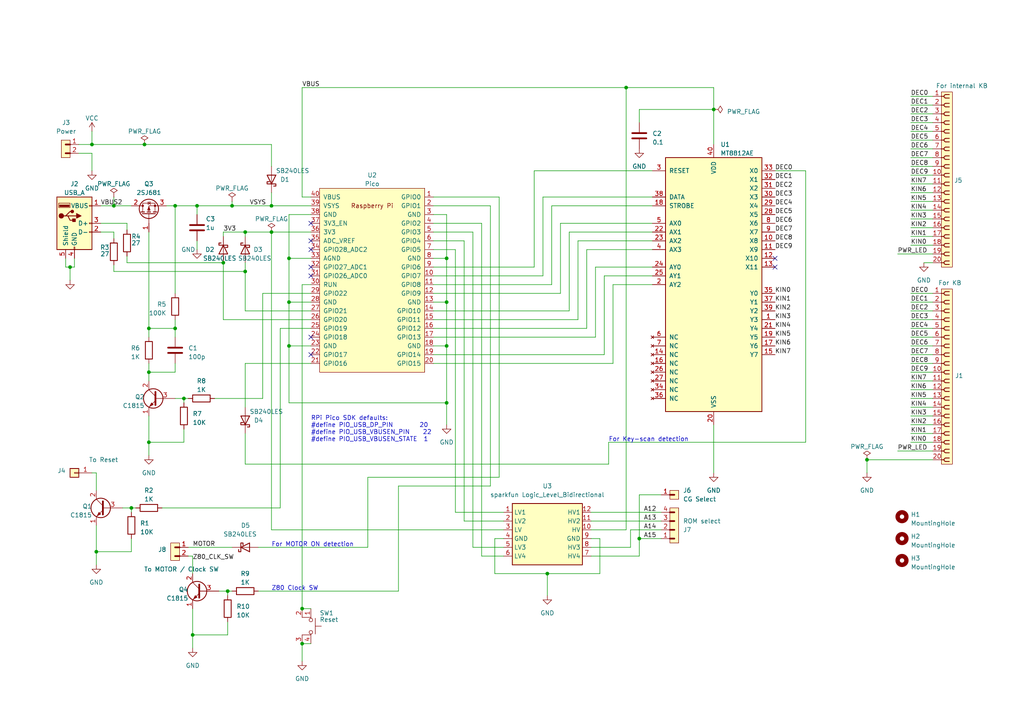
<source format=kicad_sch>
(kicad_sch (version 20231120) (generator "eeschema") (generator_version "8.0")
  (paper "A4")
  (title_block (title "MZ-1200/700 USB keyboard I/F") (date "2024-05-26") (rev "1.4MZ"))
  (lib_symbols
    (symbol "Connector:USB_A" (pin_names (offset 1.016))
      (property "Reference" "J" (at -5.08 11.43 0))
      (property "Value" "USB_A" (at -5.08 8.89 0))
      (symbol "USB_A_1_1"
        (pin power_in line (at 7.62 5.08 180) (length 2.54) (name "VBUS") (number "1"))
        (pin bidirectional line (at 7.62 -2.54 180) (length 2.54) (name "D-") (number "2"))
        (pin bidirectional line (at 7.62 0 180) (length 2.54) (name "D+") (number "3"))
        (pin power_in line (at 0 -10.16 90) (length 2.54) (name "GND") (number "4"))
        (pin passive line (at -2.54 -10.16 90) (length 2.54) (name "Shield") (number "5"))
      )
    )
    (symbol "Connector_Generic:Conn_01x01" (pin_names (offset 1.016) hide)
      (property "Reference" "J" (at 0 2.54 0))
      (property "Value" "Conn_01x01" (at 0 -2.54 0))
      (symbol "Conn_01x01_1_1"
        (pin passive line (at -5.08 0 0) (length 3.81) (name "Pin_1") (number "1"))
      )
    )
    (symbol "Device:C" (pin_numbers hide) (pin_names (offset 0.254))
      (property "Reference" "C" (at 0.635 2.54 0))
      (property "Value" "C" (at 0.635 -2.54 0))
      (symbol "C_1_1"
        (pin passive line (at 0 3.81 270) (length 2.794) (name "~") (number "1"))
        (pin passive line (at 0 -3.81 90) (length 2.794) (name "~") (number "2"))
      )
    )
    (symbol "Device:D_Schottky" (pin_numbers hide) (pin_names (offset 1.016) hide)
      (property "Reference" "D" (at 0 2.54 0))
      (property "Value" "D_Schottky" (at 0 -2.54 0))
      (symbol "D_Schottky_1_1"
        (pin passive line (at -3.81 0 0) (length 2.54) (name "K") (number "1"))
        (pin passive line (at 3.81 0 180) (length 2.54) (name "A") (number "2"))
      )
    )
    (symbol "Device:Q_NPN_ECB" (pin_names (offset 0) hide)
      (property "Reference" "Q" (at 5.08 1.27 0))
      (property "Value" "Q_NPN_ECB" (at 5.08 -1.27 0))
      (symbol "Q_NPN_ECB_1_1"
        (pin passive line (at 2.54 -5.08 90) (length 2.54) (name "E") (number "1"))
        (pin passive line (at 2.54 5.08 270) (length 2.54) (name "C") (number "2"))
        (pin passive line (at -5.08 0 0) (length 5.715) (name "B") (number "3"))
      )
    )
    (symbol "Device:Q_PMOS_GDS" (pin_names (offset 0) hide)
      (property "Reference" "Q" (at 5.08 1.27 0))
      (property "Value" "Q_PMOS_GDS" (at 5.08 -1.27 0))
      (symbol "Q_PMOS_GDS_1_1"
        (pin input line (at -5.08 0 0) (length 2.54) (name "G") (number "1"))
        (pin passive line (at 2.54 5.08 270) (length 2.54) (name "D") (number "2"))
        (pin passive line (at 2.54 -5.08 90) (length 2.54) (name "S") (number "3"))
      )
    )
    (symbol "Device:R" (pin_numbers hide) (pin_names (offset 0))
      (property "Reference" "R" (at 2.032 0 90))
      (property "Value" "R" (at 0 0 90))
      (symbol "R_1_1"
        (pin passive line (at 0 3.81 270) (length 1.27) (name "~") (number "1"))
        (pin passive line (at 0 -3.81 90) (length 1.27) (name "~") (number "2"))
      )
    )
    (symbol "Kao_Library:MT8812AE" (pin_names (offset 1.016))
      (property "Reference" "U" (at -13.97 38.1 0))
      (property "Value" "MT8812AE" (at 8.89 38.1 0))
      (symbol "MT8812AE_1_1"
        (pin bidirectional line (at 17.78 -10.16 180) (length 3.81) (name "Y3") (number "1"))
        (pin bidirectional line (at 17.78 12.7 180) (length 3.81) (name "X8") (number "10"))
        (pin bidirectional line (at 17.78 10.16 180) (length 3.81) (name "X9") (number "11"))
        (pin bidirectional line (at 17.78 7.62 180) (length 3.81) (name "X10") (number "12"))
        (pin bidirectional line (at 17.78 5.08 180) (length 3.81) (name "X11") (number "13"))
        (pin no_connect line (at -17.78 -20.32 0) (length 3.81) (name "NC") (number "14"))
        (pin bidirectional line (at 17.78 -20.32 180) (length 3.81) (name "Y7") (number "15"))
        (pin no_connect line (at -17.78 -22.86 0) (length 3.81) (name "NC") (number "16"))
        (pin bidirectional line (at 17.78 -17.78 180) (length 3.81) (name "Y6") (number "17"))
        (pin input line (at -17.78 22.86 0) (length 3.81) (name "STROBE") (number "18"))
        (pin bidirectional line (at 17.78 -15.24 180) (length 3.81) (name "Y5") (number "19"))
        (pin input line (at -17.78 0 0) (length 3.81) (name "AY2") (number "2"))
        (pin power_in line (at 0 -40.64 90) (length 3.81) (name "VSS") (number "20"))
        (pin bidirectional line (at 17.78 -12.7 180) (length 3.81) (name "Y4") (number "21"))
        (pin input line (at -17.78 15.24 0) (length 3.81) (name "AX1") (number "22"))
        (pin input line (at -17.78 12.7 0) (length 3.81) (name "AX2") (number "23"))
        (pin input line (at -17.78 5.08 0) (length 3.81) (name "AY0") (number "24"))
        (pin input line (at -17.78 2.54 0) (length 3.81) (name "AY1") (number "25"))
        (pin no_connect line (at -17.78 -25.4 0) (length 3.81) (name "NC") (number "26"))
        (pin no_connect line (at -17.78 -27.94 0) (length 3.81) (name "NC") (number "27"))
        (pin bidirectional line (at 17.78 20.32 180) (length 3.81) (name "X5") (number "28"))
        (pin bidirectional line (at 17.78 22.86 180) (length 3.81) (name "X4") (number "29"))
        (pin input line (at -17.78 33.02 0) (length 3.81) (name "RESET") (number "3"))
        (pin bidirectional line (at 17.78 25.4 180) (length 3.81) (name "X3") (number "30"))
        (pin bidirectional line (at 17.78 27.94 180) (length 3.81) (name "X2") (number "31"))
        (pin bidirectional line (at 17.78 30.48 180) (length 3.81) (name "X1") (number "32"))
        (pin bidirectional line (at 17.78 33.02 180) (length 3.81) (name "X0") (number "33"))
        (pin no_connect line (at -17.78 -30.48 0) (length 3.81) (name "NC") (number "34"))
        (pin bidirectional line (at 17.78 -2.54 180) (length 3.81) (name "Y0") (number "35"))
        (pin no_connect line (at -17.78 -33.02 0) (length 3.81) (name "NC") (number "36"))
        (pin bidirectional line (at 17.78 -5.08 180) (length 3.81) (name "Y1") (number "37"))
        (pin input line (at -17.78 25.4 0) (length 3.81) (name "DATA") (number "38"))
        (pin bidirectional line (at 17.78 -7.62 180) (length 3.81) (name "Y2") (number "39"))
        (pin input line (at -17.78 10.16 0) (length 3.81) (name "AX3") (number "4"))
        (pin power_in line (at 0 40.64 270) (length 3.81) (name "VDD") (number "40"))
        (pin input line (at -17.78 17.78 0) (length 3.81) (name "AX0") (number "5"))
        (pin no_connect line (at -17.78 -15.24 0) (length 3.81) (name "NC") (number "6"))
        (pin no_connect line (at -17.78 -17.78 0) (length 3.81) (name "NC") (number "7"))
        (pin bidirectional line (at 17.78 17.78 180) (length 3.81) (name "X6") (number "8"))
        (pin bidirectional line (at 17.78 15.24 180) (length 3.81) (name "X7") (number "9"))
      )
    )
    (symbol "Kao_Library:Pico_THT" (pin_names (offset 1.016))
      (property "Reference" "U" (at -13.97 27.94 0))
      (property "Value" "Pico_THT" (at 0 19.05 0))
      (symbol "Pico_THT_0_0"
        (text "Raspberry Pi" (at 0 21.59 0) (effects (font (size 1.27 1.27))))
      )
      (symbol "Pico_THT_1_1"
        (pin bidirectional line (at -17.78 24.13 0) (length 2.54) (name "GPIO0") (number "1"))
        (pin bidirectional line (at -17.78 1.27 0) (length 2.54) (name "GPIO7") (number "10"))
        (pin bidirectional line (at -17.78 -1.27 0) (length 2.54) (name "GPIO8") (number "11"))
        (pin bidirectional line (at -17.78 -3.81 0) (length 2.54) (name "GPIO9") (number "12"))
        (pin power_in line (at -17.78 -6.35 0) (length 2.54) (name "GND") (number "13"))
        (pin bidirectional line (at -17.78 -8.89 0) (length 2.54) (name "GPIO10") (number "14"))
        (pin bidirectional line (at -17.78 -11.43 0) (length 2.54) (name "GPIO11") (number "15"))
        (pin bidirectional line (at -17.78 -13.97 0) (length 2.54) (name "GPIO12") (number "16"))
        (pin bidirectional line (at -17.78 -16.51 0) (length 2.54) (name "GPIO13") (number "17"))
        (pin power_in line (at -17.78 -19.05 0) (length 2.54) (name "GND") (number "18"))
        (pin bidirectional line (at -17.78 -21.59 0) (length 2.54) (name "GPIO14") (number "19"))
        (pin bidirectional line (at -17.78 21.59 0) (length 2.54) (name "GPIO1") (number "2"))
        (pin bidirectional line (at -17.78 -24.13 0) (length 2.54) (name "GPIO15") (number "20"))
        (pin bidirectional line (at 17.78 -24.13 180) (length 2.54) (name "GPIO16") (number "21"))
        (pin bidirectional line (at 17.78 -21.59 180) (length 2.54) (name "GPIO17") (number "22"))
        (pin power_in line (at 17.78 -19.05 180) (length 2.54) (name "GND") (number "23"))
        (pin bidirectional line (at 17.78 -16.51 180) (length 2.54) (name "GPIO18") (number "24"))
        (pin bidirectional line (at 17.78 -13.97 180) (length 2.54) (name "GPIO19") (number "25"))
        (pin bidirectional line (at 17.78 -11.43 180) (length 2.54) (name "GPIO20") (number "26"))
        (pin bidirectional line (at 17.78 -8.89 180) (length 2.54) (name "GPIO21") (number "27"))
        (pin power_in line (at 17.78 -6.35 180) (length 2.54) (name "GND") (number "28"))
        (pin bidirectional line (at 17.78 -3.81 180) (length 2.54) (name "GPIO22") (number "29"))
        (pin power_in line (at -17.78 19.05 0) (length 2.54) (name "GND") (number "3"))
        (pin input line (at 17.78 -1.27 180) (length 2.54) (name "RUN") (number "30"))
        (pin bidirectional line (at 17.78 1.27 180) (length 2.54) (name "GPIO26_ADC0") (number "31"))
        (pin bidirectional line (at 17.78 3.81 180) (length 2.54) (name "GPIO27_ADC1") (number "32"))
        (pin power_in line (at 17.78 6.35 180) (length 2.54) (name "AGND") (number "33"))
        (pin bidirectional line (at 17.78 8.89 180) (length 2.54) (name "GPIO28_ADC2") (number "34"))
        (pin unspecified line (at 17.78 11.43 180) (length 2.54) (name "ADC_VREF") (number "35"))
        (pin unspecified line (at 17.78 13.97 180) (length 2.54) (name "3V3") (number "36"))
        (pin input line (at 17.78 16.51 180) (length 2.54) (name "3V3_EN") (number "37"))
        (pin bidirectional line (at 17.78 19.05 180) (length 2.54) (name "GND") (number "38"))
        (pin unspecified line (at 17.78 21.59 180) (length 2.54) (name "VSYS") (number "39"))
        (pin bidirectional line (at -17.78 16.51 0) (length 2.54) (name "GPIO2") (number "4"))
        (pin unspecified line (at 17.78 24.13 180) (length 2.54) (name "VBUS") (number "40"))
        (pin bidirectional line (at -17.78 13.97 0) (length 2.54) (name "GPIO3") (number "5"))
        (pin bidirectional line (at -17.78 11.43 0) (length 2.54) (name "GPIO4") (number "6"))
        (pin bidirectional line (at -17.78 8.89 0) (length 2.54) (name "GPIO5") (number "7"))
        (pin power_in line (at -17.78 6.35 0) (length 2.54) (name "GND") (number "8"))
        (pin bidirectional line (at -17.78 3.81 0) (length 2.54) (name "GPIO6") (number "9"))
      )
    )
    (symbol "Kao_Library:sparkfun Logic_Level_Bidirectional"
      (property "Reference" "U" (at -2.032 11.176 0))
      (property "Value" "sparkfun Logic_Level_Bidirectional" (at -0.254 13.716 0))
      (symbol "sparkfun Logic_Level_Bidirectional_1_1"
        (pin bidirectional line (at -12.7 7.62 0) (length 2.54) (name "LV1") (number "1"))
        (pin power_in line (at 12.7 2.54 180) (length 2.54) (name "HV") (number "10"))
        (pin bidirectional line (at 12.7 5.08 180) (length 2.54) (name "HV2") (number "11"))
        (pin bidirectional line (at 12.7 7.62 180) (length 2.54) (name "HV1") (number "12"))
        (pin bidirectional line (at -12.7 5.08 0) (length 2.54) (name "LV2") (number "2"))
        (pin power_in line (at -12.7 2.54 0) (length 2.54) (name "LV") (number "3"))
        (pin power_in line (at -12.7 0 0) (length 2.54) (name "GND") (number "4"))
        (pin bidirectional line (at -12.7 -2.54 0) (length 2.54) (name "LV3") (number "5"))
        (pin bidirectional line (at -12.7 -5.08 0) (length 2.54) (name "LV4") (number "6"))
        (pin bidirectional line (at 12.7 -5.08 180) (length 2.54) (name "HV4") (number "7"))
        (pin bidirectional line (at 12.7 -2.54 180) (length 2.54) (name "HV3") (number "8"))
        (pin power_in line (at 12.7 0 180) (length 2.54) (name "GND") (number "9"))
      )
    )
    (symbol "Mechanical:MountingHole" (pin_names (offset 1.016))
      (property "Reference" "H" (at 0 5.08 0))
      (property "Value" "MountingHole" (at 0 3.175 0))
    )
    (symbol "PCM_SL_Pin_Headers:PINHD_1x1_Male"
      (property "Reference" "J" (at 0 6.35 0))
      (property "Value" "PINHD_1x1_Male" (at 0 3.81 0))
      (symbol "PINHD_1x1_Male_1_1"
        (pin passive line (at -3.81 0 0) (length 2.54) (name "") (number "1"))
      )
    )
    (symbol "PCM_SL_Pin_Headers:PINHD_1x20_Female"
      (property "Reference" "J" (at 0 30.48 0))
      (property "Value" "PINHD_1x20_Female" (at 0 27.94 0))
      (symbol "PINHD_1x20_Female_1_1"
        (pin passive line (at -3.81 24.13 0) (length 2.54) (name "") (number "1"))
        (pin passive line (at -3.81 1.27 0) (length 2.54) (name "") (number "10"))
        (pin passive line (at -3.81 -1.27 0) (length 2.54) (name "") (number "11"))
        (pin passive line (at -3.81 -3.81 0) (length 2.54) (name "") (number "12"))
        (pin passive line (at -3.81 -6.35 0) (length 2.54) (name "") (number "13"))
        (pin passive line (at -3.81 -8.89 0) (length 2.54) (name "") (number "14"))
        (pin passive line (at -3.81 -11.43 0) (length 2.54) (name "") (number "15"))
        (pin passive line (at -3.81 -13.97 0) (length 2.54) (name "") (number "16"))
        (pin passive line (at -3.81 -16.51 0) (length 2.54) (name "") (number "17"))
        (pin passive line (at -3.81 -19.05 0) (length 2.54) (name "") (number "18"))
        (pin passive line (at -3.81 -21.59 0) (length 2.54) (name "") (number "19"))
        (pin passive line (at -3.81 21.59 0) (length 2.54) (name "") (number "2"))
        (pin passive line (at -3.81 -24.13 0) (length 2.54) (name "") (number "20"))
        (pin passive line (at -3.81 19.05 0) (length 2.54) (name "") (number "3"))
        (pin passive line (at -3.81 16.51 0) (length 2.54) (name "") (number "4"))
        (pin passive line (at -3.81 13.97 0) (length 2.54) (name "") (number "5"))
        (pin passive line (at -3.81 11.43 0) (length 2.54) (name "") (number "6"))
        (pin passive line (at -3.81 8.89 0) (length 2.54) (name "") (number "7"))
        (pin passive line (at -3.81 6.35 0) (length 2.54) (name "") (number "8"))
        (pin passive line (at -3.81 3.81 0) (length 2.54) (name "") (number "9"))
      )
    )
    (symbol "PCM_SL_Pin_Headers:PINHD_1x2_Male"
      (property "Reference" "J" (at 0 6.35 0))
      (property "Value" "PINHD_1x2_Male" (at 0 3.81 0))
      (symbol "PINHD_1x2_Male_1_1"
        (pin passive line (at -3.81 1.27 0) (length 2.54) (name "") (number "1"))
        (pin passive line (at -3.81 -1.27 0) (length 2.54) (name "") (number "2"))
      )
    )
    (symbol "PCM_SL_Pin_Headers:PINHD_1x4_Male"
      (property "Reference" "J" (at 0 8.89 0))
      (property "Value" "PINHD_1x4_Male" (at 0 6.35 0))
      (symbol "PINHD_1x4_Male_1_1"
        (pin passive line (at -3.81 3.81 0) (length 2.54) (name "") (number "1"))
        (pin passive line (at -3.81 1.27 0) (length 2.54) (name "") (number "2"))
        (pin passive line (at -3.81 -1.27 0) (length 2.54) (name "") (number "3"))
        (pin passive line (at -3.81 -3.81 0) (length 2.54) (name "") (number "4"))
      )
    )
    (symbol "Switch:SW_MEC_5E" (pin_names (offset 1.016) hide)
      (property "Reference" "SW" (at 0.635 5.715 0))
      (property "Value" "SW_MEC_5E" (at 0 -3.175 0))
      (symbol "SW_MEC_5E_0_1"
        (pin passive line (at -5.08 2.54 0) (length 2.54) (name "1") (number "1"))
        (pin passive line (at -5.08 0 0) (length 2.54) (name "2") (number "2"))
        (pin passive line (at 5.08 0 180) (length 2.54) (name "K") (number "3"))
        (pin passive line (at 5.08 2.54 180) (length 2.54) (name "A") (number "4"))
      )
    )
    (symbol "power:GND" (power) (pin_names (offset 0))
      (property "Value" "GND" (at 0 -3.81 0))
      (symbol "GND_1_1"
        (pin power_in line (at 0 0 270) (length 0) hide (name "GND") (number "1"))
      )
    )
    (symbol "power:PWR_FLAG" (power) (pin_numbers hide) (pin_names (offset 0) hide)
      (property "Value" "PWR_FLAG" (at 0 3.81 0))
      (symbol "PWR_FLAG_0_0"
        (pin power_out line (at 0 0 90) (length 0) (name "pwr") (number "1"))
      )
    )
    (symbol "power:VCC" (power) (pin_names (offset 0))
      (property "Value" "VCC" (at 0 3.81 0))
      (symbol "VCC_1_1"
        (pin power_in line (at 0 0 90) (length 0) hide (name "VCC") (number "1"))
      )
    )
  )
  (junction (at 251.46 133.35))
  (junction (at 129.54 100.33))
  (junction (at 78.74 67.31))
  (junction (at 43.18 128.27))
  (junction (at 64.77 76.2))
  (junction (at 43.18 95.25))
  (junction (at 87.63 176.53))
  (junction (at 33.02 59.69))
  (junction (at 38.1 147.32))
  (junction (at 87.63 186.69))
  (junction (at 53.34 115.57))
  (junction (at 67.31 59.69))
  (junction (at 181.61 25.4))
  (junction (at 71.12 67.31))
  (junction (at 50.8 59.69))
  (junction (at 129.54 74.93))
  (junction (at 83.82 87.63))
  (junction (at 78.74 59.69))
  (junction (at 71.12 78.74))
  (junction (at 43.18 107.95))
  (junction (at 20.32 77.47))
  (junction (at 207.01 31.75))
  (junction (at 129.54 116.84))
  (junction (at 83.82 74.93))
  (junction (at 27.94 160.02))
  (junction (at 26.67 41.91))
  (junction (at 158.75 166.37))
  (junction (at 185.42 156.21))
  (junction (at 66.04 171.45))
  (junction (at 129.54 87.63))
  (junction (at 50.8 95.25))
  (junction (at 83.82 100.33))
  (junction (at 57.15 59.69))
  (junction (at 55.88 184.15))
  (junction (at 41.91 41.91))
  (no_connect (at 90.17 77.47))
  (no_connect (at 224.79 77.47))
  (no_connect (at 90.17 69.85))
  (no_connect (at 90.17 72.39))
  (no_connect (at 90.17 80.01))
  (no_connect (at 90.17 97.79))
  (no_connect (at 90.17 64.77))
  (no_connect (at 224.79 74.93))
  (no_connect (at 90.17 102.87))
  (wire (pts (xy 171.45 148.59) (xy 191.77 148.59)))
  (wire (pts (xy 43.18 107.95) (xy 43.18 110.49)))
  (wire (pts (xy 176.53 128.27) (xy 233.68 128.27)))
  (wire (pts (xy 154.94 77.47) (xy 154.94 49.53)))
  (wire (pts (xy 43.18 128.27) (xy 53.34 128.27)))
  (wire (pts (xy 264.16 123.19) (xy 270.51 123.19)))
  (wire (pts (xy 83.82 116.84) (xy 129.54 116.84)))
  (wire (pts (xy 264.16 45.72) (xy 270.51 45.72)))
  (wire (pts (xy 71.12 67.31) (xy 71.12 68.58)))
  (wire (pts (xy 26.67 38.1) (xy 26.67 41.91)))
  (wire (pts (xy 264.16 30.48) (xy 270.51 30.48)))
  (wire (pts (xy 143.51 166.37) (xy 158.75 166.37)))
  (wire (pts (xy 162.56 64.77) (xy 189.23 64.77)))
  (wire (pts (xy 170.18 95.25) (xy 170.18 72.39)))
  (wire (pts (xy 171.45 151.13) (xy 191.77 151.13)))
  (wire (pts (xy 182.88 153.67) (xy 182.88 158.75)))
  (wire (pts (xy 182.88 158.75) (xy 171.45 158.75)))
  (wire (pts (xy 55.88 184.15) (xy 66.04 184.15)))
  (wire (pts (xy 27.94 160.02) (xy 38.1 160.02)))
  (wire (pts (xy 143.51 166.37) (xy 143.51 156.21)))
  (wire (pts (xy 172.72 77.47) (xy 189.23 77.47)))
  (wire (pts (xy 66.04 180.34) (xy 66.04 184.15)))
  (wire (pts (xy 19.05 74.93) (xy 19.05 77.47)))
  (wire (pts (xy 43.18 95.25) (xy 43.18 97.79)))
  (wire (pts (xy 76.2 115.57) (xy 62.23 115.57)))
  (wire (pts (xy 139.7 161.29) (xy 146.05 161.29)))
  (wire (pts (xy 185.42 31.75) (xy 207.01 31.75)))
  (wire (pts (xy 55.88 176.53) (xy 55.88 184.15)))
  (wire (pts (xy 134.62 151.13) (xy 134.62 69.85)))
  (wire (pts (xy 81.28 95.25) (xy 81.28 147.32)))
  (wire (pts (xy 106.68 158.75) (xy 74.93 158.75)))
  (wire (pts (xy 50.8 95.25) (xy 43.18 95.25)))
  (wire (pts (xy 251.46 133.35) (xy 251.46 137.16)))
  (wire (pts (xy 64.77 67.31) (xy 71.12 67.31)))
  (wire (pts (xy 185.42 143.51) (xy 185.42 156.21)))
  (wire (pts (xy 264.16 48.26) (xy 270.51 48.26)))
  (wire (pts (xy 66.04 172.72) (xy 66.04 171.45)))
  (wire (pts (xy 125.73 80.01) (xy 157.48 80.01)))
  (wire (pts (xy 264.16 38.1) (xy 270.51 38.1)))
  (wire (pts (xy 137.16 67.31) (xy 137.16 158.75)))
  (wire (pts (xy 50.8 115.57) (xy 53.34 115.57)))
  (wire (pts (xy 132.08 148.59) (xy 146.05 148.59)))
  (wire (pts (xy 54.61 161.29) (xy 55.88 161.29)))
  (wire (pts (xy 264.16 33.02) (xy 270.51 33.02)))
  (wire (pts (xy 264.16 53.34) (xy 270.51 53.34)))
  (wire (pts (xy 125.73 85.09) (xy 162.56 85.09)))
  (wire (pts (xy 181.61 25.4) (xy 207.01 25.4)))
  (wire (pts (xy 264.16 110.49) (xy 270.51 110.49)))
  (wire (pts (xy 19.05 77.47) (xy 20.32 77.47)))
  (wire (pts (xy 264.16 115.57) (xy 270.51 115.57)))
  (wire (pts (xy 27.94 160.02) (xy 27.94 163.83)))
  (wire (pts (xy 129.54 62.23) (xy 129.54 74.93)))
  (wire (pts (xy 154.94 49.53) (xy 189.23 49.53)))
  (wire (pts (xy 26.67 44.45) (xy 26.67 49.53)))
  (wire (pts (xy 90.17 105.41) (xy 71.12 105.41)))
  (wire (pts (xy 83.82 74.93) (xy 83.82 87.63)))
  (wire (pts (xy 224.79 49.53) (xy 233.68 49.53)))
  (wire (pts (xy 125.73 102.87) (xy 175.26 102.87)))
  (wire (pts (xy 50.8 107.95) (xy 43.18 107.95)))
  (wire (pts (xy 165.1 67.31) (xy 189.23 67.31)))
  (wire (pts (xy 264.16 102.87) (xy 270.51 102.87)))
  (wire (pts (xy 67.31 58.42) (xy 67.31 59.69)))
  (wire (pts (xy 146.05 158.75) (xy 137.16 158.75)))
  (wire (pts (xy 125.73 62.23) (xy 129.54 62.23)))
  (wire (pts (xy 125.73 74.93) (xy 129.54 74.93)))
  (wire (pts (xy 185.42 156.21) (xy 185.42 161.29)))
  (wire (pts (xy 185.42 31.75) (xy 185.42 35.56)))
  (wire (pts (xy 129.54 116.84) (xy 129.54 123.19)))
  (wire (pts (xy 83.82 87.63) (xy 83.82 100.33)))
  (wire (pts (xy 50.8 105.41) (xy 50.8 107.95)))
  (wire (pts (xy 57.15 62.23) (xy 57.15 59.69)))
  (wire (pts (xy 71.12 134.62) (xy 176.53 134.62)))
  (wire (pts (xy 83.82 100.33) (xy 83.82 116.84)))
  (wire (pts (xy 267.97 76.2) (xy 270.51 76.2)))
  (wire (pts (xy 64.77 68.58) (xy 64.77 67.31)))
  (wire (pts (xy 129.54 87.63) (xy 129.54 100.33)))
  (wire (pts (xy 20.32 77.47) (xy 21.59 77.47)))
  (wire (pts (xy 26.67 137.16) (xy 27.94 137.16)))
  (wire (pts (xy 264.16 113.03) (xy 270.51 113.03)))
  (wire (pts (xy 129.54 100.33) (xy 129.54 116.84)))
  (wire (pts (xy 78.74 67.31) (xy 71.12 67.31)))
  (wire (pts (xy 33.02 67.31) (xy 33.02 69.215)))
  (wire (pts (xy 143.51 156.21) (xy 146.05 156.21)))
  (wire (pts (xy 264.16 87.63) (xy 270.51 87.63)))
  (wire (pts (xy 29.21 67.31) (xy 33.02 67.31)))
  (wire (pts (xy 33.02 76.835) (xy 33.02 78.74)))
  (wire (pts (xy 78.74 67.31) (xy 90.17 67.31)))
  (wire (pts (xy 39.37 147.32) (xy 38.1 147.32)))
  (wire (pts (xy 48.26 59.69) (xy 50.8 59.69)))
  (wire (pts (xy 157.48 80.01) (xy 157.48 57.15)))
  (wire (pts (xy 264.16 55.88) (xy 270.51 55.88)))
  (wire (pts (xy 36.83 64.77) (xy 36.83 66.675)))
  (wire (pts (xy 55.88 184.15) (xy 55.88 187.96)))
  (wire (pts (xy 207.01 31.75) (xy 207.01 41.91)))
  (wire (pts (xy 29.21 59.69) (xy 33.02 59.69)))
  (wire (pts (xy 78.74 59.69) (xy 90.17 59.69)))
  (wire (pts (xy 171.45 153.67) (xy 181.61 153.67)))
  (wire (pts (xy 81.28 147.32) (xy 46.99 147.32)))
  (wire (pts (xy 129.54 74.93) (xy 129.54 87.63)))
  (wire (pts (xy 176.53 134.62) (xy 176.53 128.27)))
  (wire (pts (xy 71.12 125.73) (xy 71.12 134.62)))
  (wire (pts (xy 43.18 128.27) (xy 43.18 132.08)))
  (wire (pts (xy 264.16 90.17) (xy 270.51 90.17)))
  (wire (pts (xy 142.24 59.69) (xy 142.24 140.97)))
  (wire (pts (xy 125.73 97.79) (xy 172.72 97.79)))
  (wire (pts (xy 125.73 105.41) (xy 177.8 105.41)))
  (wire (pts (xy 87.63 186.69) (xy 87.63 191.77)))
  (wire (pts (xy 81.28 95.25) (xy 90.17 95.25)))
  (wire (pts (xy 125.73 87.63) (xy 129.54 87.63)))
  (wire (pts (xy 87.63 186.69) (xy 90.17 186.69)))
  (wire (pts (xy 64.77 76.2) (xy 64.77 92.71)))
  (wire (pts (xy 125.73 64.77) (xy 139.7 64.77)))
  (wire (pts (xy 264.16 63.5) (xy 270.51 63.5)))
  (wire (pts (xy 87.63 82.55) (xy 87.63 176.53)))
  (wire (pts (xy 125.73 57.15) (xy 144.78 57.15)))
  (wire (pts (xy 50.8 59.69) (xy 57.15 59.69)))
  (wire (pts (xy 158.75 166.37) (xy 173.99 166.37)))
  (wire (pts (xy 160.02 82.55) (xy 160.02 59.69)))
  (wire (pts (xy 71.12 78.74) (xy 71.12 90.17)))
  (wire (pts (xy 87.63 176.53) (xy 90.17 176.53)))
  (wire (pts (xy 170.18 72.39) (xy 189.23 72.39)))
  (wire (pts (xy 264.16 107.95) (xy 270.51 107.95)))
  (wire (pts (xy 181.61 25.4) (xy 181.61 153.67)))
  (wire (pts (xy 87.63 57.15) (xy 87.63 25.4)))
  (wire (pts (xy 43.18 105.41) (xy 43.18 107.95)))
  (wire (pts (xy 50.8 95.25) (xy 50.8 97.79)))
  (wire (pts (xy 264.16 40.64) (xy 270.51 40.64)))
  (wire (pts (xy 78.74 59.69) (xy 78.74 55.88)))
  (wire (pts (xy 177.8 82.55) (xy 189.23 82.55)))
  (wire (pts (xy 264.16 27.94) (xy 270.51 27.94)))
  (wire (pts (xy 167.64 69.85) (xy 189.23 69.85)))
  (wire (pts (xy 125.73 72.39) (xy 132.08 72.39)))
  (wire (pts (xy 83.82 62.23) (xy 83.82 74.93)))
  (wire (pts (xy 76.2 85.09) (xy 90.17 85.09)))
  (wire (pts (xy 83.82 100.33) (xy 90.17 100.33)))
  (wire (pts (xy 172.72 97.79) (xy 172.72 77.47)))
  (wire (pts (xy 21.59 77.47) (xy 21.59 74.93)))
  (wire (pts (xy 264.16 85.09) (xy 270.51 85.09)))
  (wire (pts (xy 125.73 59.69) (xy 142.24 59.69)))
  (wire (pts (xy 125.73 92.71) (xy 167.64 92.71)))
  (wire (pts (xy 264.16 66.04) (xy 270.51 66.04)))
  (wire (pts (xy 264.16 100.33) (xy 270.51 100.33)))
  (wire (pts (xy 71.12 90.17) (xy 90.17 90.17)))
  (wire (pts (xy 78.74 153.67) (xy 78.74 67.31)))
  (wire (pts (xy 142.24 140.97) (xy 115.57 140.97)))
  (wire (pts (xy 125.73 77.47) (xy 154.94 77.47)))
  (wire (pts (xy 90.17 57.15) (xy 87.63 57.15)))
  (wire (pts (xy 54.61 115.57) (xy 53.34 115.57)))
  (wire (pts (xy 33.02 59.69) (xy 38.1 59.69)))
  (wire (pts (xy 87.63 82.55) (xy 90.17 82.55)))
  (wire (pts (xy 264.16 58.42) (xy 270.51 58.42)))
  (wire (pts (xy 270.51 130.81) (xy 260.35 130.81)))
  (wire (pts (xy 27.94 137.16) (xy 27.94 142.24)))
  (wire (pts (xy 33.02 57.15) (xy 33.02 59.69)))
  (wire (pts (xy 264.16 92.71) (xy 270.51 92.71)))
  (wire (pts (xy 173.99 156.21) (xy 173.99 166.37)))
  (wire (pts (xy 22.86 44.45) (xy 26.67 44.45)))
  (wire (pts (xy 125.73 82.55) (xy 160.02 82.55)))
  (wire (pts (xy 36.83 76.2) (xy 64.77 76.2)))
  (wire (pts (xy 41.91 41.91) (xy 26.67 41.91)))
  (wire (pts (xy 270.51 133.35) (xy 251.46 133.35)))
  (wire (pts (xy 43.18 120.65) (xy 43.18 128.27)))
  (wire (pts (xy 36.83 74.295) (xy 36.83 76.2)))
  (wire (pts (xy 90.17 62.23) (xy 83.82 62.23)))
  (wire (pts (xy 264.16 43.18) (xy 270.51 43.18)))
  (wire (pts (xy 132.08 72.39) (xy 132.08 148.59)))
  (wire (pts (xy 43.18 67.31) (xy 43.18 95.25)))
  (wire (pts (xy 63.5 171.45) (xy 66.04 171.45)))
  (wire (pts (xy 64.77 92.71) (xy 90.17 92.71)))
  (wire (pts (xy 38.1 156.21) (xy 38.1 160.02)))
  (wire (pts (xy 264.16 105.41) (xy 270.51 105.41)))
  (wire (pts (xy 106.68 138.43) (xy 106.68 158.75)))
  (wire (pts (xy 139.7 64.77) (xy 139.7 161.29)))
  (wire (pts (xy 160.02 59.69) (xy 189.23 59.69)))
  (wire (pts (xy 38.1 148.59) (xy 38.1 147.32)))
  (wire (pts (xy 134.62 151.13) (xy 146.05 151.13)))
  (wire (pts (xy 125.73 67.31) (xy 137.16 67.31)))
  (wire (pts (xy 115.57 140.97) (xy 115.57 171.45)))
  (wire (pts (xy 175.26 102.87) (xy 175.26 80.01)))
  (wire (pts (xy 134.62 69.85) (xy 125.73 69.85)))
  (wire (pts (xy 78.74 41.91) (xy 78.74 48.26)))
  (wire (pts (xy 264.16 97.79) (xy 270.51 97.79)))
  (wire (pts (xy 264.16 50.8) (xy 270.51 50.8)))
  (wire (pts (xy 191.77 156.21) (xy 185.42 156.21)))
  (wire (pts (xy 207.01 123.19) (xy 207.01 137.16)))
  (wire (pts (xy 146.05 153.67) (xy 78.74 153.67)))
  (wire (pts (xy 165.1 90.17) (xy 165.1 67.31)))
  (wire (pts (xy 191.77 153.67) (xy 182.88 153.67)))
  (wire (pts (xy 74.93 171.45) (xy 115.57 171.45)))
  (wire (pts (xy 171.45 156.21) (xy 173.99 156.21)))
  (wire (pts (xy 158.75 166.37) (xy 158.75 172.72)))
  (wire (pts (xy 78.74 41.91) (xy 41.91 41.91)))
  (wire (pts (xy 35.56 147.32) (xy 38.1 147.32)))
  (wire (pts (xy 53.34 124.46) (xy 53.34 128.27)))
  (wire (pts (xy 55.88 161.29) (xy 55.88 166.37)))
  (wire (pts (xy 264.16 60.96) (xy 270.51 60.96)))
  (wire (pts (xy 67.31 59.69) (xy 78.74 59.69)))
  (wire (pts (xy 207.01 25.4) (xy 207.01 31.75)))
  (wire (pts (xy 185.42 143.51) (xy 191.77 143.51)))
  (wire (pts (xy 125.73 95.25) (xy 170.18 95.25)))
  (wire (pts (xy 264.16 35.56) (xy 270.51 35.56)))
  (wire (pts (xy 87.63 25.4) (xy 181.61 25.4)))
  (wire (pts (xy 260.35 73.66) (xy 270.51 73.66)))
  (wire (pts (xy 264.16 128.27) (xy 270.51 128.27)))
  (wire (pts (xy 177.8 105.41) (xy 177.8 82.55)))
  (wire (pts (xy 20.32 77.47) (xy 20.32 81.28)))
  (wire (pts (xy 50.8 85.09) (xy 50.8 59.69)))
  (wire (pts (xy 264.16 71.12) (xy 270.51 71.12)))
  (wire (pts (xy 264.16 120.65) (xy 270.51 120.65)))
  (wire (pts (xy 57.15 72.39) (xy 57.15 69.85)))
  (wire (pts (xy 67.31 158.75) (xy 54.61 158.75)))
  (wire (pts (xy 175.26 80.01) (xy 189.23 80.01)))
  (wire (pts (xy 83.82 87.63) (xy 90.17 87.63)))
  (wire (pts (xy 53.34 116.84) (xy 53.34 115.57)))
  (wire (pts (xy 162.56 85.09) (xy 162.56 64.77)))
  (wire (pts (xy 264.16 118.11) (xy 270.51 118.11)))
  (wire (pts (xy 264.16 125.73) (xy 270.51 125.73)))
  (wire (pts (xy 29.21 64.77) (xy 36.83 64.77)))
  (wire (pts (xy 57.15 59.69) (xy 67.31 59.69)))
  (wire (pts (xy 264.16 95.25) (xy 270.51 95.25)))
  (wire (pts (xy 50.8 92.71) (xy 50.8 95.25)))
  (wire (pts (xy 33.02 78.74) (xy 71.12 78.74)))
  (wire (pts (xy 185.42 161.29) (xy 171.45 161.29)))
  (wire (pts (xy 144.78 57.15) (xy 144.78 138.43)))
  (wire (pts (xy 167.64 92.71) (xy 167.64 69.85)))
  (wire (pts (xy 125.73 100.33) (xy 129.54 100.33)))
  (wire (pts (xy 144.78 138.43) (xy 106.68 138.43)))
  (wire (pts (xy 27.94 152.4) (xy 27.94 160.02)))
  (wire (pts (xy 83.82 74.93) (xy 90.17 74.93)))
  (wire (pts (xy 76.2 85.09) (xy 76.2 115.57)))
  (wire (pts (xy 264.16 68.58) (xy 270.51 68.58)))
  (wire (pts (xy 22.86 41.91) (xy 26.67 41.91)))
  (wire (pts (xy 71.12 105.41) (xy 71.12 118.11)))
  (wire (pts (xy 71.12 76.2) (xy 71.12 78.74)))
  (wire (pts (xy 157.48 57.15) (xy 189.23 57.15)))
  (wire (pts (xy 67.31 171.45) (xy 66.04 171.45)))
  (wire (pts (xy 233.68 128.27) (xy 233.68 49.53)))
  (wire (pts (xy 125.73 90.17) (xy 165.1 90.17)))
  (text "RPi Pico SDK defaults:\n#define PIO_USB_DP_PIN        20\n#define PIO_USB_VBUSEN_PIN    22\n#define PIO_USB_VBUSEN_STATE  1" (at 90.17 128.27 0) (effects (font (size 1.27 1.27)) (justify left bottom)))
  (text "Z80 Clock SW" (at 78.74 171.45 0) (effects (font (size 1.27 1.27)) (justify left bottom)))
  (text "For Key-scan detection" (at 176.53 128.27 0) (effects (font (size 1.27 1.27)) (justify left bottom)))
  (text "For MOTOR ON detection" (at 78.74 158.75 0) (effects (font (size 1.27 1.27)) (justify left bottom)))
  (label "DEC5" (at 264.16 97.79 0))
  (label "DEC6" (at 264.16 100.33 0))
  (label "KIN3" (at 264.16 120.65 0))
  (label "KIN5" (at 264.16 58.42 0))
  (label "DEC0" (at 224.79 49.53 0))
  (label "A14" (at 186.69 153.67 0))
  (label "DEC0" (at 264.16 85.09 0))
  (label "DEC4" (at 264.16 95.25 0))
  (label "PWR_LED" (at 260.35 73.66 0))
  (label "DEC2" (at 224.79 54.61 0))
  (label "KIN5" (at 224.79 97.79 0))
  (label "KIN4" (at 264.16 118.11 0))
  (label "DEC9" (at 264.16 50.8 0))
  (label "KIN4" (at 264.16 60.96 0))
  (label "DEC1" (at 264.16 30.48 0))
  (label "DEC6" (at 224.79 64.77 0))
  (label "VBUS" (at 87.63 25.4 0))
  (label "KIN2" (at 224.79 90.17 0))
  (label "DEC9" (at 224.79 72.39 0))
  (label "KIN2" (at 264.16 66.04 0))
  (label "3V3" (at 64.77 67.31 0))
  (label "KIN0" (at 224.79 85.09 0))
  (label "A12" (at 186.69 148.59 0))
  (label "A13" (at 186.69 151.13 0))
  (label "KIN5" (at 264.16 115.57 0))
  (label "KIN7" (at 224.79 102.87 0))
  (label "KIN0" (at 264.16 128.27 0))
  (label "KIN3" (at 264.16 63.5 0))
  (label "DEC2" (at 264.16 33.02 0))
  (label "KIN1" (at 264.16 68.58 0))
  (label "DEC4" (at 264.16 38.1 0))
  (label "KIN3" (at 224.79 92.71 0))
  (label "DEC8" (at 224.79 69.85 0))
  (label "DEC5" (at 224.79 62.23 0))
  (label "KIN0" (at 264.16 71.12 0))
  (label "MOTOR" (at 55.88 158.75 0))
  (label "PWR_LED" (at 260.35 130.81 0))
  (label "DEC3" (at 264.16 92.71 0))
  (label "DEC9" (at 264.16 107.95 0))
  (label "KIN4" (at 224.79 95.25 0))
  (label "DEC0" (at 264.16 27.94 0))
  (label "DEC7" (at 264.16 102.87 0))
  (label "DEC2" (at 264.16 90.17 0))
  (label "DEC6" (at 264.16 43.18 0))
  (label "DEC4" (at 224.79 59.69 0))
  (label "KIN1" (at 264.16 125.73 0))
  (label "DEC7" (at 264.16 45.72 0))
  (label "KIN6" (at 264.16 113.03 0))
  (label "KIN7" (at 264.16 53.34 0))
  (label "DEC1" (at 264.16 87.63 0))
  (label "DEC3" (at 264.16 35.56 0))
  (label "VBUS2" (at 29.21 59.69 0))
  (label "KIN6" (at 264.16 55.88 0))
  (label "DEC8" (at 264.16 48.26 0))
  (label "KIN1" (at 224.79 87.63 0))
  (label "DEC5" (at 264.16 40.64 0))
  (label "KIN2" (at 264.16 123.19 0))
  (label "DEC8" (at 264.16 105.41 0))
  (label "VSYS" (at 72.39 59.69 0))
  (label "KIN7" (at 264.16 110.49 0))
  (label "DEC1" (at 224.79 52.07 0))
  (label "A15" (at 186.69 156.21 0))
  (label "Z80_CLK_SW" (at 55.88 162.56 0))
  (label "KIN6" (at 224.79 100.33 0))
  (label "DEC7" (at 224.79 67.31 0))
  (label "DEC3" (at 224.79 57.15 0))
  (symbol (lib_id "Mechanical:MountingHole") (at 261.62 156.21 0) (unit 1)
    (property "Reference" "H2" (at 264.16 155.575 0) (effects (justify left)))
    (property "Value" "MountingHole" (at 264.16 158.115 0) (effects (justify left)))
    (property "Footprint" "MountingHole:MountingHole_3.2mm_M3" (effects (hide yes)))
  )
  (symbol (lib_id "Device:R") (at 38.1 152.4 0) (unit 1)
    (property "Reference" "R1" (at 40.64 151.765 0) (effects (justify left)))
    (property "Value" "10K" (at 40.64 154.305 0) (effects (justify left)))
    (property "Footprint" "Kao_Library:LargePad_R_Axial_DIN0207_L6.3mm_D2.5mm_P7.62mm_Horizontal" (effects (hide yes)))
  )
  (symbol (lib_id "Device:D_Schottky") (at 71.12 72.39 90) (mirror x) (unit 1)
    (property "Reference" "D3" (at 76.2 72.39 90) (effects (justify left)))
    (property "Value" "SB240LES" (at 78.74 74.93 90) (effects (justify left)))
    (property "Footprint" "Kao_Library:D_A-405_P7.62mm_Horizontal_LargePad" (effects (hide yes)))
  )
  (symbol (lib_id "Device:D_Schottky") (at 78.74 52.07 270) (mirror x) (unit 1)
    (property "Reference" "D1" (at 81.28 52.07 90) (effects (justify left)))
    (property "Value" "SB240LES" (at 80.01 49.53 90) (effects (justify left)))
    (property "Footprint" "Kao_Library:D_A-405_P7.62mm_Horizontal_LargePad" (effects (hide yes)))
  )
  (symbol (lib_id "Device:R") (at 53.34 120.65 0) (unit 1)
    (property "Reference" "R7" (at 55.88 120.015 0) (effects (justify left)))
    (property "Value" "10K" (at 55.88 122.555 0) (effects (justify left)))
    (property "Footprint" "Kao_Library:LargePad_R_Axial_DIN0207_L6.3mm_D2.5mm_P7.62mm_Horizontal" (effects (hide yes)))
  )
  (symbol (lib_id "PCM_SL_Pin_Headers:PINHD_1x20_Female") (at 274.32 52.07 0) (unit 1)
    (property "Reference" "J5" (at 279.146 52.324 0) (effects (justify right)))
    (property "Value" "For internal KB" (at 286.512 24.892 0) (effects (justify right)))
    (property "Footprint" "Connector_PinHeader_2.54mm:PinHeader_1x20_P2.54mm_Vertical" (effects (hide yes)))
    (property "Description" "Pin Header female with pin space 2.54mm. Pin Count - 20" (effects (hide yes)))
  )
  (symbol (lib_id "power:PWR_FLAG") (at 33.02 57.15 0) (unit 1)
    (property "Reference" "#FLG05" (effects (hide yes)))
    (property "Value" "PWR_FLAG" (at 33.02 53.34 0))
  )
  (symbol (lib_id "Device:D_Schottky") (at 71.12 121.92 270) (mirror x) (unit 1)
    (property "Reference" "D4" (at 73.66 121.92 90) (effects (justify left)))
    (property "Value" "SB240LES" (at 72.39 119.38 90) (effects (justify left)))
    (property "Footprint" "Kao_Library:D_A-405_P7.62mm_Horizontal_LargePad" (effects (hide yes)))
  )
  (symbol (lib_id "Connector:USB_A") (at 21.59 64.77 0) (unit 1)
    (property "Reference" "J2" (at 21.59 53.34 0))
    (property "Value" "USB_A" (at 21.59 55.88 0))
    (property "Footprint" "Kao_Library:USB_A_CONNFLY_DS1095-WNR0_LongPad" (effects (hide yes)))
    (property "Datasheet" " ~" (effects (hide yes)))
  )
  (symbol (lib_id "Device:R") (at 58.42 115.57 270) (unit 1)
    (property "Reference" "R8" (at 58.42 110.49 90))
    (property "Value" "1K" (at 58.42 113.03 90))
    (property "Footprint" "Kao_Library:LargePad_R_Axial_DIN0207_L6.3mm_D2.5mm_P7.62mm_Horizontal" (effects (hide yes)))
  )
  (symbol (lib_id "Device:D_Schottky") (at 71.12 158.75 0) (mirror x) (unit 1)
    (property "Reference" "D5" (at 69.85 152.4 0) (effects (justify left)))
    (property "Value" "SB240LES" (at 64.77 154.94 0) (effects (justify left)))
    (property "Footprint" "Diode_THT:D_A-405_P10.16mm_Horizontal" (effects (hide yes)))
  )
  (symbol (lib_id "Kao_Library:sparkfun Logic_Level_Bidirectional") (at 158.75 156.21 0) (unit 1)
    (property "Reference" "U3" (at 158.75 140.97 0))
    (property "Value" "sparkfun Logic_Level_Bidirectional" (at 158.75 143.51 0))
    (property "Footprint" "Package_DIP:DIP-12_W10.16mm_LongPads" (effects (hide yes)))
    (property "Datasheet" "https://www.switch-science.com/products/1523" (effects (hide yes)))
  )
  (symbol (lib_id "PCM_SL_Pin_Headers:PINHD_1x1_Male") (at 195.58 143.51 0) (unit 1)
    (property "Reference" "J6" (at 198.12 142.2399 0) (effects (justify left)))
    (property "Value" "CG Select" (at 198.12 144.7799 0) (effects (justify left)))
    (property "Footprint" "Connector_PinHeader_2.54mm:PinHeader_1x01_P2.54mm_Vertical" (effects (hide yes)))
    (property "Description" "Pin Header male with pin space 2.54mm. Pin Count -1" (effects (hide yes)))
  )
  (symbol (lib_id "power:GND") (at 55.88 187.96 0) (unit 1)
    (property "Reference" "#PWR014" (effects (hide yes)))
    (property "Value" "GND" (at 55.88 193.04 0))
  )
  (symbol (lib_id "power:GND") (at 267.97 76.2 0) (unit 1)
    (property "Reference" "#PWR011" (effects (hide yes)))
    (property "Value" "GND" (at 267.97 81.28 0))
  )
  (symbol (lib_id "power:GND") (at 87.63 191.77 0) (unit 1)
    (property "Reference" "#PWR010" (effects (hide yes)))
    (property "Value" "GND" (at 87.63 196.85 0))
  )
  (symbol (lib_id "power:PWR_FLAG") (at 207.01 31.75 270) (unit 1)
    (property "Reference" "#FLG03" (effects (hide yes)))
    (property "Value" "PWR_FLAG" (at 210.82 32.385 90) (effects (justify left)))
  )
  (symbol (lib_id "power:GND") (at 129.54 123.19 0) (unit 1)
    (property "Reference" "#PWR04" (effects (hide yes)))
    (property "Value" "GND" (at 129.54 128.27 0))
  )
  (symbol (lib_id "PCM_SL_Pin_Headers:PINHD_1x4_Male") (at 195.58 152.4 0) (mirror x) (unit 1)
    (property "Reference" "J7" (at 198.12 153.6701 0) (effects (justify left)))
    (property "Value" "ROM select" (at 198.12 151.1301 0) (effects (justify left)))
    (property "Footprint" "Connector_PinHeader_2.54mm:PinHeader_1x04_P2.54mm_Vertical" (effects (hide yes)))
    (property "Description" "Pin Header male with pin space 2.54mm. Pin Count -4" (effects (hide yes)))
  )
  (symbol (lib_id "power:GND") (at 158.75 172.72 0) (unit 1)
    (property "Reference" "#PWR013" (effects (hide yes)))
    (property "Value" "GND" (at 158.75 177.8 0))
  )
  (symbol (lib_id "power:PWR_FLAG") (at 251.46 133.35 0) (unit 1)
    (property "Reference" "#FLG02" (effects (hide yes)))
    (property "Value" "PWR_FLAG" (at 251.46 129.54 0))
  )
  (symbol (lib_id "Device:C") (at 185.42 39.37 0) (unit 1)
    (property "Reference" "C2" (at 189.23 38.735 0) (effects (justify left)))
    (property "Value" "0.1" (at 189.23 41.275 0) (effects (justify left)))
    (property "Footprint" "Kao_Library:LargePad_R_Axial_DIN0204_L3.6mm_D1.6mm_P2.54mm_Vertical" (effects (hide yes)))
  )
  (symbol (lib_id "power:GND") (at 43.18 132.08 0) (unit 1)
    (property "Reference" "#PWR08" (effects (hide yes)))
    (property "Value" "GND" (at 43.18 137.16 0))
  )
  (symbol (lib_id "Device:Q_PMOS_GDS") (at 43.18 62.23 90) (unit 1)
    (property "Reference" "Q3" (at 43.18 53.34 90))
    (property "Value" "2SJ681" (at 43.18 55.88 90))
    (property "Footprint" "Kao_Library:2-7J2B_Vertical" (effects (hide yes)))
  )
  (symbol (lib_id "Device:Q_NPN_ECB") (at 30.48 147.32 0) (mirror y) (unit 1)
    (property "Reference" "Q1" (at 26.67 146.8628 0) (effects (justify left)))
    (property "Value" "C1815" (at 26.67 149.4028 0) (effects (justify left)))
    (property "Footprint" "Kao_Library:TO-92S_Wide_kao" (effects (hide yes)))
  )
  (symbol (lib_id "Device:Q_NPN_ECB") (at 58.42 171.45 0) (mirror y) (unit 1)
    (property "Reference" "Q4" (at 54.61 170.9928 0) (effects (justify left)))
    (property "Value" "C1815" (at 54.61 173.5328 0) (effects (justify left)))
    (property "Footprint" "Kao_Library:TO-92S_Wide_kao" (effects (hide yes)))
  )
  (symbol (lib_id "Connector_Generic:Conn_01x01") (at 21.59 137.16 0) (mirror y) (unit 1)
    (property "Reference" "J4" (at 19.05 136.525 0) (effects (justify left)))
    (property "Value" "To Reset" (at 34.29 133.35 0) (effects (justify left)))
    (property "Footprint" "Connector_Pin:Pin_D1.1mm_L8.5mm_W2.5mm_FlatFork" (effects (hide yes)))
  )
  (symbol (lib_id "power:GND") (at 20.32 81.28 0) (unit 1)
    (property "Reference" "#PWR03" (effects (hide yes)))
    (property "Value" "GND" (effects (hide yes)))
  )
  (symbol (lib_id "Mechanical:MountingHole") (at 261.62 162.56 0) (unit 1)
    (property "Reference" "H3" (at 264.16 161.925 0) (effects (justify left)))
    (property "Value" "MountingHole" (at 264.16 164.465 0) (effects (justify left)))
    (property "Footprint" "MountingHole:MountingHole_3.2mm_M3" (effects (hide yes)))
  )
  (symbol (lib_id "Device:D_Schottky") (at 64.77 72.39 90) (mirror x) (unit 1)
    (property "Reference" "D2" (at 62.23 72.39 90) (effects (justify left)))
    (property "Value" "SB240LES" (at 68.58 74.93 90) (effects (justify left)))
    (property "Footprint" "Kao_Library:D_A-405_P7.62mm_Horizontal_LargePad" (effects (hide yes)))
  )
  (symbol (lib_id "Device:C") (at 57.15 66.04 0) (unit 1)
    (property "Reference" "C3" (at 59.69 63.5 0) (effects (justify left)))
    (property "Value" "1u" (at 59.69 66.04 0) (effects (justify left)))
    (property "Footprint" "Kao_Library:LargePad_R_Axial_DIN0204_L3.6mm_D1.6mm_P2.54mm_Vertical" (effects (hide yes)))
  )
  (symbol (lib_id "Kao_Library:MT8812AE") (at 207.01 82.55 0) (unit 1)
    (property "Reference" "U1" (at 208.9659 41.91 0) (effects (justify left)))
    (property "Value" "MT8812AE" (at 208.9659 44.45 0) (effects (justify left)))
    (property "Footprint" "Package_DIP:DIP-40_W15.24mm_Socket_LongPads" (effects (hide yes)))
  )
  (symbol (lib_id "Kao_Library:Pico_THT") (at 107.95 81.28 0) (mirror y) (unit 1)
    (property "Reference" "U2" (at 107.95 50.8 0))
    (property "Value" "Pico" (at 107.95 53.34 0))
    (property "Footprint" "Kao_Library:raspberry_pi_pico_THT_kao" (effects (hide yes)))
  )
  (symbol (lib_id "power:VCC") (at 26.67 38.1 0) (unit 1)
    (property "Reference" "#PWR06" (effects (hide yes)))
    (property "Value" "VCC" (at 26.67 34.29 0))
  )
  (symbol (lib_id "Device:Q_NPN_ECB") (at 45.72 115.57 0) (mirror y) (unit 1)
    (property "Reference" "Q2" (at 41.91 115.1128 0) (effects (justify left)))
    (property "Value" "C1815" (at 41.91 117.6528 0) (effects (justify left)))
    (property "Footprint" "Kao_Library:TO-92S_Wide_kao" (effects (hide yes)))
  )
  (symbol (lib_id "Device:R") (at 66.04 176.53 0) (unit 1)
    (property "Reference" "R10" (at 68.58 175.895 0) (effects (justify left)))
    (property "Value" "10K" (at 68.58 178.435 0) (effects (justify left)))
    (property "Footprint" "Kao_Library:LargePad_R_Axial_DIN0207_L6.3mm_D2.5mm_P7.62mm_Horizontal" (effects (hide yes)))
  )
  (symbol (lib_id "power:PWR_FLAG") (at 67.31 58.42 0) (unit 1)
    (property "Reference" "#FLG01" (effects (hide yes)))
    (property "Value" "PWR_FLAG" (at 67.31 54.61 0))
  )
  (symbol (lib_id "Mechanical:MountingHole") (at 261.62 149.86 0) (unit 1)
    (property "Reference" "H1" (at 264.16 149.225 0) (effects (justify left)))
    (property "Value" "MountingHole" (at 264.16 151.765 0) (effects (justify left)))
    (property "Footprint" "MountingHole:MountingHole_3.2mm_M3" (effects (hide yes)))
  )
  (symbol (lib_id "PCM_SL_Pin_Headers:PINHD_1x2_Male") (at 19.05 43.18 0) (mirror y) (unit 1)
    (property "Reference" "J3" (at 19.175 35.56 0))
    (property "Value" "Power" (at 19.175 38.1 0))
    (property "Footprint" "Connector_PinHeader_2.54mm:PinHeader_1x02_P2.54mm_Vertical" (effects (hide yes)))
    (property "Description" "Pin Header male with pin space 2.54mm. Pin Count -2" (effects (hide yes)))
  )
  (symbol (lib_id "Switch:SW_MEC_5E") (at 87.63 181.61 270) (unit 1)
    (property "Reference" "SW1" (at 92.71 177.8 90) (effects (justify left)))
    (property "Value" "Reset" (at 92.71 179.705 90) (effects (justify left)))
    (property "Footprint" "Kao_Library:SW_Tactile_Straight_LargePad" (effects (hide yes)))
  )
  (symbol (lib_id "PCM_SL_Pin_Headers:PINHD_1x2_Male") (at 50.8 160.02 0) (mirror y) (unit 1)
    (property "Reference" "J8" (at 48.26 159.385 0) (effects (justify left)))
    (property "Value" "To MOTOR / Clock SW" (at 63.5 165.1 0) (effects (justify left)))
    (property "Footprint" "Connector_PinHeader_2.54mm:PinHeader_1x02_P2.54mm_Vertical" (effects (hide yes)))
    (property "Description" "Pin Header male with pin space 2.54mm. Pin Count -2" (effects (hide yes)))
  )
  (symbol (lib_id "Device:R") (at 43.18 101.6 0) (mirror y) (unit 1)
    (property "Reference" "R6" (at 40.64 100.965 0) (effects (justify left)))
    (property "Value" "1K" (at 40.64 103.505 0) (effects (justify left)))
    (property "Footprint" "Kao_Library:LargePad_R_Axial_DIN0207_L6.3mm_D2.5mm_P7.62mm_Horizontal" (effects (hide yes)))
  )
  (symbol (lib_id "power:GND") (at 207.01 137.16 0) (unit 1)
    (property "Reference" "#PWR02" (effects (hide yes)))
    (property "Value" "GND" (at 207.01 142.24 0))
  )
  (symbol (lib_id "power:GND") (at 27.94 163.83 0) (unit 1)
    (property "Reference" "#PWR05" (effects (hide yes)))
    (property "Value" "GND" (at 27.94 168.91 0))
  )
  (symbol (lib_id "Device:R") (at 36.83 70.485 0) (mirror x) (unit 1)
    (property "Reference" "R4" (at 38.1 68.58 0) (effects (justify left)))
    (property "Value" "27" (at 38.1 70.485 0) (effects (justify left)))
    (property "Footprint" "Kao_Library:LargePad_R_Axial_DIN0207_L6.3mm_D2.5mm_P7.62mm_Horizontal" (effects (hide yes)))
  )
  (symbol (lib_id "power:GND") (at 57.15 72.39 0) (unit 1)
    (property "Reference" "#PWR09" (effects (hide yes)))
    (property "Value" "GND" (at 54.61 72.39 0))
  )
  (symbol (lib_id "Device:R") (at 71.12 171.45 270) (unit 1)
    (property "Reference" "R9" (at 71.12 166.37 90))
    (property "Value" "1K" (at 71.12 168.91 90))
    (property "Footprint" "Resistor_THT:R_Axial_DIN0207_L6.3mm_D2.5mm_P10.16mm_Horizontal" (effects (hide yes)))
  )
  (symbol (lib_id "Device:R") (at 33.02 73.025 180) (unit 1)
    (property "Reference" "R3" (at 31.75 71.755 0) (effects (justify left)))
    (property "Value" "27" (at 31.75 73.66 0) (effects (justify left)))
    (property "Footprint" "Kao_Library:LargePad_R_Axial_DIN0207_L6.3mm_D2.5mm_P7.62mm_Horizontal" (effects (hide yes)))
  )
  (symbol (lib_id "power:GND") (at 26.67 49.53 0) (unit 1)
    (property "Reference" "#PWR012" (effects (hide yes)))
    (property "Value" "GND" (at 26.67 54.61 0))
  )
  (symbol (lib_id "Device:R") (at 50.8 88.9 0) (mirror y) (unit 1)
    (property "Reference" "R5" (at 48.26 88.265 0) (effects (justify left)))
    (property "Value" "100K" (at 48.26 90.805 0) (effects (justify left)))
    (property "Footprint" "Kao_Library:LargePad_R_Axial_DIN0207_L6.3mm_D2.5mm_P7.62mm_Horizontal" (effects (hide yes)))
  )
  (symbol (lib_id "Device:C") (at 50.8 101.6 0) (unit 1)
    (property "Reference" "C1" (at 54.61 100.965 0) (effects (justify left)))
    (property "Value" "100p" (at 54.61 103.505 0) (effects (justify left)))
    (property "Footprint" "Kao_Library:LargePad_R_Axial_DIN0204_L3.6mm_D1.6mm_P2.54mm_Vertical" (effects (hide yes)))
  )
  (symbol (lib_id "PCM_SL_Pin_Headers:PINHD_1x20_Female") (at 274.32 109.22 0) (unit 1)
    (property "Reference" "J1" (at 279.4 108.966 0) (effects (justify right)))
    (property "Value" "For KB" (at 278.892 82.042 0) (effects (justify right)))
    (property "Footprint" "Connector_PinHeader_2.54mm:PinHeader_1x20_P2.54mm_Vertical" (effects (hide yes)))
    (property "Description" "Pin Header female with pin space 2.54mm. Pin Count - 20" (effects (hide yes)))
  )
  (symbol (lib_id "power:GND") (at 185.42 43.18 0) (unit 1)
    (property "Reference" "#PWR07" (effects (hide yes)))
    (property "Value" "GND" (at 185.42 48.26 0))
  )
  (symbol (lib_id "power:GND") (at 251.46 137.16 0) (unit 1)
    (property "Reference" "#PWR01" (effects (hide yes)))
    (property "Value" "GND" (at 251.46 142.24 0))
  )
  (symbol (lib_id "Device:R") (at 43.18 147.32 270) (unit 1)
    (property "Reference" "R2" (at 43.18 142.24 90))
    (property "Value" "1K" (at 43.18 144.78 90))
    (property "Footprint" "Kao_Library:LargePad_R_Axial_DIN0207_L6.3mm_D2.5mm_P7.62mm_Horizontal" (effects (hide yes)))
  )
  (symbol (lib_id "power:PWR_FLAG") (at 41.91 41.91 0) (unit 1)
    (property "Reference" "#FLG04" (effects (hide yes)))
    (property "Value" "PWR_FLAG" (at 41.91 38.1 0))
  )
  (symbol (lib_id "power:PWR_FLAG") (at 78.74 67.31 0) (unit 1)
    (property "Reference" "#FLG06" (effects (hide yes)))
    (property "Value" "PWR_FLAG" (at 78.74 63.5 0))
  )
)
</source>
